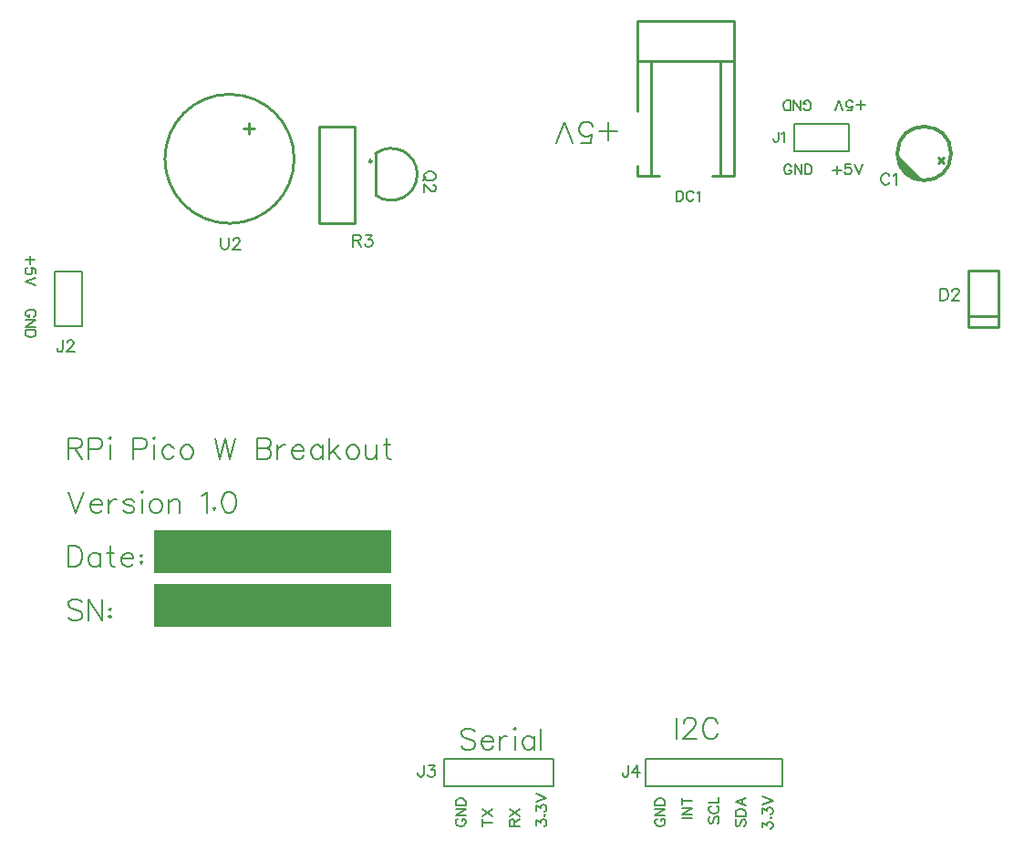
<source format=gto>
G04 Layer: TopSilkscreenLayer*
G04 EasyEDA v6.5.40, 2024-04-28 19:39:01*
G04 a67cddfb3fce44daa9051d46cbbcc19f,10*
G04 Gerber Generator version 0.2*
G04 Scale: 100 percent, Rotated: No, Reflected: No *
G04 Dimensions in millimeters *
G04 leading zeros omitted , absolute positions ,4 integer and 5 decimal *
%FSLAX45Y45*%
%MOMM*%

%ADD10C,0.2032*%
%ADD11C,0.1524*%
%ADD12C,0.2540*%
%ADD13C,0.2030*%
%ADD14C,0.3000*%
%ADD15C,0.0150*%

%LPD*%
D10*
X629292Y2177348D02*
G01*
X610819Y2195822D01*
X583110Y2205057D01*
X546166Y2205057D01*
X518457Y2195822D01*
X499983Y2177348D01*
X499983Y2158875D01*
X509219Y2140404D01*
X518457Y2131166D01*
X536928Y2121931D01*
X592348Y2103457D01*
X610819Y2094222D01*
X620057Y2084986D01*
X629292Y2066513D01*
X629292Y2038804D01*
X610819Y2020331D01*
X583110Y2011095D01*
X546166Y2011095D01*
X518457Y2020331D01*
X499983Y2038804D01*
X690252Y2205057D02*
G01*
X690252Y2011095D01*
X690252Y2205057D02*
G01*
X819561Y2011095D01*
X819561Y2205057D02*
G01*
X819561Y2011095D01*
X889759Y2121931D02*
G01*
X880521Y2112695D01*
X889759Y2103457D01*
X898994Y2112695D01*
X889759Y2121931D01*
X889759Y2057275D02*
G01*
X880521Y2048040D01*
X889759Y2038804D01*
X898994Y2048040D01*
X889759Y2057275D01*
X499983Y2705056D02*
G01*
X499983Y2511094D01*
X499983Y2705056D02*
G01*
X564639Y2705056D01*
X592348Y2695821D01*
X610819Y2677347D01*
X620057Y2658874D01*
X629292Y2631165D01*
X629292Y2584985D01*
X620057Y2557274D01*
X610819Y2538803D01*
X592348Y2520330D01*
X564639Y2511094D01*
X499983Y2511094D01*
X801088Y2640403D02*
G01*
X801088Y2511094D01*
X801088Y2612694D02*
G01*
X782617Y2631165D01*
X764143Y2640403D01*
X736434Y2640403D01*
X717961Y2631165D01*
X699488Y2612694D01*
X690252Y2584985D01*
X690252Y2566512D01*
X699488Y2538803D01*
X717961Y2520330D01*
X736434Y2511094D01*
X764143Y2511094D01*
X782617Y2520330D01*
X801088Y2538803D01*
X889759Y2705056D02*
G01*
X889759Y2548039D01*
X898994Y2520330D01*
X917468Y2511094D01*
X935939Y2511094D01*
X862048Y2640403D02*
G01*
X926703Y2640403D01*
X996899Y2584985D02*
G01*
X1107737Y2584985D01*
X1107737Y2603456D01*
X1098499Y2621930D01*
X1089263Y2631165D01*
X1070790Y2640403D01*
X1043081Y2640403D01*
X1024608Y2631165D01*
X1006137Y2612694D01*
X996899Y2584985D01*
X996899Y2566512D01*
X1006137Y2538803D01*
X1024608Y2520330D01*
X1043081Y2511094D01*
X1070790Y2511094D01*
X1089263Y2520330D01*
X1107737Y2538803D01*
X1177932Y2621930D02*
G01*
X1168697Y2612694D01*
X1177932Y2603456D01*
X1187168Y2612694D01*
X1177932Y2621930D01*
X1177932Y2557274D02*
G01*
X1168697Y2548039D01*
X1177932Y2538803D01*
X1187168Y2548039D01*
X1177932Y2557274D01*
X499973Y3205053D02*
G01*
X573864Y3011091D01*
X647755Y3205053D02*
G01*
X573864Y3011091D01*
X708715Y3084982D02*
G01*
X819551Y3084982D01*
X819551Y3103453D01*
X810315Y3121926D01*
X801077Y3131162D01*
X782607Y3140400D01*
X754898Y3140400D01*
X736424Y3131162D01*
X717951Y3112691D01*
X708715Y3084982D01*
X708715Y3066508D01*
X717951Y3038800D01*
X736424Y3020326D01*
X754898Y3011091D01*
X782607Y3011091D01*
X801077Y3020326D01*
X819551Y3038800D01*
X880511Y3140400D02*
G01*
X880511Y3011091D01*
X880511Y3084982D02*
G01*
X889749Y3112691D01*
X908220Y3131162D01*
X926693Y3140400D01*
X954402Y3140400D01*
X1116962Y3112691D02*
G01*
X1107727Y3131162D01*
X1080018Y3140400D01*
X1052309Y3140400D01*
X1024597Y3131162D01*
X1015362Y3112691D01*
X1024597Y3094217D01*
X1043071Y3084982D01*
X1089253Y3075744D01*
X1107727Y3066508D01*
X1116962Y3048035D01*
X1116962Y3038800D01*
X1107727Y3020326D01*
X1080018Y3011091D01*
X1052309Y3011091D01*
X1024597Y3020326D01*
X1015362Y3038800D01*
X1177922Y3205053D02*
G01*
X1187157Y3195817D01*
X1196395Y3205053D01*
X1187157Y3214291D01*
X1177922Y3205053D01*
X1187157Y3140400D02*
G01*
X1187157Y3011091D01*
X1303538Y3140400D02*
G01*
X1285064Y3131162D01*
X1266591Y3112691D01*
X1257355Y3084982D01*
X1257355Y3066508D01*
X1266591Y3038800D01*
X1285064Y3020326D01*
X1303538Y3011091D01*
X1331247Y3011091D01*
X1349717Y3020326D01*
X1368191Y3038800D01*
X1377429Y3066508D01*
X1377429Y3084982D01*
X1368191Y3112691D01*
X1349717Y3131162D01*
X1331247Y3140400D01*
X1303538Y3140400D01*
X1438389Y3140400D02*
G01*
X1438389Y3011091D01*
X1438389Y3103453D02*
G01*
X1466098Y3131162D01*
X1484569Y3140400D01*
X1512277Y3140400D01*
X1530751Y3131162D01*
X1539989Y3103453D01*
X1539989Y3011091D01*
X1743189Y3168108D02*
G01*
X1761660Y3177344D01*
X1789369Y3205053D01*
X1789369Y3011091D01*
X1859567Y3057270D02*
G01*
X1850329Y3048035D01*
X1859567Y3038800D01*
X1868802Y3048035D01*
X1859567Y3057270D01*
X1985180Y3205053D02*
G01*
X1957471Y3195817D01*
X1938997Y3168108D01*
X1929762Y3121926D01*
X1929762Y3094217D01*
X1938997Y3048035D01*
X1957471Y3020326D01*
X1985180Y3011091D01*
X2003653Y3011091D01*
X2031362Y3020326D01*
X2049835Y3048035D01*
X2059071Y3094217D01*
X2059071Y3121926D01*
X2049835Y3168108D01*
X2031362Y3195817D01*
X2003653Y3205053D01*
X1985180Y3205053D01*
X500049Y3704996D02*
G01*
X500049Y3511194D01*
X500049Y3704996D02*
G01*
X583107Y3704996D01*
X610793Y3695852D01*
X619937Y3686454D01*
X629335Y3668166D01*
X629335Y3649624D01*
X619937Y3631082D01*
X610793Y3621938D01*
X583107Y3612794D01*
X500049Y3612794D01*
X564565Y3612794D02*
G01*
X629335Y3511194D01*
X690295Y3704996D02*
G01*
X690295Y3511194D01*
X690295Y3704996D02*
G01*
X773353Y3704996D01*
X801039Y3695852D01*
X810437Y3686454D01*
X819581Y3668166D01*
X819581Y3640480D01*
X810437Y3621938D01*
X801039Y3612794D01*
X773353Y3603396D01*
X690295Y3603396D01*
X880541Y3704996D02*
G01*
X889685Y3695852D01*
X899083Y3704996D01*
X889685Y3714394D01*
X880541Y3704996D01*
X889685Y3640480D02*
G01*
X889685Y3511194D01*
X1102283Y3704996D02*
G01*
X1102283Y3511194D01*
X1102283Y3704996D02*
G01*
X1185341Y3704996D01*
X1213027Y3695852D01*
X1222171Y3686454D01*
X1231569Y3668166D01*
X1231569Y3640480D01*
X1222171Y3621938D01*
X1213027Y3612794D01*
X1185341Y3603396D01*
X1102283Y3603396D01*
X1292529Y3704996D02*
G01*
X1301673Y3695852D01*
X1310817Y3704996D01*
X1301673Y3714394D01*
X1292529Y3704996D01*
X1301673Y3640480D02*
G01*
X1301673Y3511194D01*
X1482775Y3612794D02*
G01*
X1464233Y3631082D01*
X1445691Y3640480D01*
X1418005Y3640480D01*
X1399717Y3631082D01*
X1381175Y3612794D01*
X1371777Y3584854D01*
X1371777Y3566566D01*
X1381175Y3538880D01*
X1399717Y3520338D01*
X1418005Y3511194D01*
X1445691Y3511194D01*
X1464233Y3520338D01*
X1482775Y3538880D01*
X1589963Y3640480D02*
G01*
X1571421Y3631082D01*
X1552879Y3612794D01*
X1543735Y3584854D01*
X1543735Y3566566D01*
X1552879Y3538880D01*
X1571421Y3520338D01*
X1589963Y3511194D01*
X1617649Y3511194D01*
X1635937Y3520338D01*
X1654479Y3538880D01*
X1663877Y3566566D01*
X1663877Y3584854D01*
X1654479Y3612794D01*
X1635937Y3631082D01*
X1617649Y3640480D01*
X1589963Y3640480D01*
X1867077Y3704996D02*
G01*
X1913051Y3511194D01*
X1959279Y3704996D02*
G01*
X1913051Y3511194D01*
X1959279Y3704996D02*
G01*
X2005507Y3511194D01*
X2051735Y3704996D02*
G01*
X2005507Y3511194D01*
X2254935Y3704996D02*
G01*
X2254935Y3511194D01*
X2254935Y3704996D02*
G01*
X2337993Y3704996D01*
X2365679Y3695852D01*
X2375077Y3686454D01*
X2384221Y3668166D01*
X2384221Y3649624D01*
X2375077Y3631082D01*
X2365679Y3621938D01*
X2337993Y3612794D01*
X2254935Y3612794D02*
G01*
X2337993Y3612794D01*
X2365679Y3603396D01*
X2375077Y3594252D01*
X2384221Y3575710D01*
X2384221Y3548024D01*
X2375077Y3529482D01*
X2365679Y3520338D01*
X2337993Y3511194D01*
X2254935Y3511194D01*
X2445181Y3640480D02*
G01*
X2445181Y3511194D01*
X2445181Y3584854D02*
G01*
X2454325Y3612794D01*
X2472867Y3631082D01*
X2491409Y3640480D01*
X2519095Y3640480D01*
X2580055Y3584854D02*
G01*
X2690799Y3584854D01*
X2690799Y3603396D01*
X2681655Y3621938D01*
X2672257Y3631082D01*
X2653969Y3640480D01*
X2626283Y3640480D01*
X2607741Y3631082D01*
X2589199Y3612794D01*
X2580055Y3584854D01*
X2580055Y3566566D01*
X2589199Y3538880D01*
X2607741Y3520338D01*
X2626283Y3511194D01*
X2653969Y3511194D01*
X2672257Y3520338D01*
X2690799Y3538880D01*
X2862757Y3640480D02*
G01*
X2862757Y3511194D01*
X2862757Y3612794D02*
G01*
X2844215Y3631082D01*
X2825673Y3640480D01*
X2797987Y3640480D01*
X2779445Y3631082D01*
X2761157Y3612794D01*
X2751759Y3584854D01*
X2751759Y3566566D01*
X2761157Y3538880D01*
X2779445Y3520338D01*
X2797987Y3511194D01*
X2825673Y3511194D01*
X2844215Y3520338D01*
X2862757Y3538880D01*
X2923717Y3704996D02*
G01*
X2923717Y3511194D01*
X3015919Y3640480D02*
G01*
X2923717Y3548024D01*
X2960547Y3584854D02*
G01*
X3025317Y3511194D01*
X3132251Y3640480D02*
G01*
X3113963Y3631082D01*
X3095421Y3612794D01*
X3086277Y3584854D01*
X3086277Y3566566D01*
X3095421Y3538880D01*
X3113963Y3520338D01*
X3132251Y3511194D01*
X3159937Y3511194D01*
X3178479Y3520338D01*
X3197021Y3538880D01*
X3206165Y3566566D01*
X3206165Y3584854D01*
X3197021Y3612794D01*
X3178479Y3631082D01*
X3159937Y3640480D01*
X3132251Y3640480D01*
X3267125Y3640480D02*
G01*
X3267125Y3548024D01*
X3276523Y3520338D01*
X3294811Y3511194D01*
X3322497Y3511194D01*
X3341039Y3520338D01*
X3368725Y3548024D01*
X3368725Y3640480D02*
G01*
X3368725Y3511194D01*
X3457371Y3704996D02*
G01*
X3457371Y3548024D01*
X3466769Y3520338D01*
X3485057Y3511194D01*
X3503599Y3511194D01*
X3429685Y3640480D02*
G01*
X3494455Y3640480D01*
X5516930Y6472707D02*
G01*
X5516930Y6638823D01*
X5599988Y6555765D02*
G01*
X5433618Y6555765D01*
X5261914Y6445021D02*
G01*
X5354370Y6445021D01*
X5363514Y6528079D01*
X5354370Y6518935D01*
X5326684Y6509537D01*
X5298998Y6509537D01*
X5271058Y6518935D01*
X5252770Y6537223D01*
X5243372Y6564909D01*
X5243372Y6583451D01*
X5252770Y6611137D01*
X5271058Y6629679D01*
X5298998Y6638823D01*
X5326684Y6638823D01*
X5354370Y6629679D01*
X5363514Y6620535D01*
X5372658Y6601993D01*
X5182412Y6445021D02*
G01*
X5108498Y6638823D01*
X5034838Y6445021D02*
G01*
X5108498Y6638823D01*
X7859115Y6762762D02*
G01*
X7859115Y6844550D01*
X7900009Y6803656D02*
G01*
X7818221Y6803656D01*
X7733639Y6749046D02*
G01*
X7779105Y6749046D01*
X7783677Y6789940D01*
X7779105Y6785368D01*
X7765389Y6780796D01*
X7751927Y6780796D01*
X7738211Y6785368D01*
X7729067Y6794512D01*
X7724495Y6808228D01*
X7724495Y6817372D01*
X7729067Y6830834D01*
X7738211Y6839978D01*
X7751927Y6844550D01*
X7765389Y6844550D01*
X7779105Y6839978D01*
X7783677Y6835406D01*
X7788249Y6826262D01*
X7694523Y6749046D02*
G01*
X7658201Y6844550D01*
X7621879Y6749046D02*
G01*
X7658201Y6844550D01*
X7331798Y6771868D02*
G01*
X7336370Y6762724D01*
X7345514Y6753580D01*
X7354658Y6749008D01*
X7372692Y6749008D01*
X7381836Y6753580D01*
X7390980Y6762724D01*
X7395552Y6771868D01*
X7399870Y6785330D01*
X7399870Y6808190D01*
X7395552Y6821906D01*
X7390980Y6830796D01*
X7381836Y6839940D01*
X7372692Y6844512D01*
X7354658Y6844512D01*
X7345514Y6839940D01*
X7336370Y6830796D01*
X7331798Y6821906D01*
X7331798Y6808190D01*
X7354658Y6808190D02*
G01*
X7331798Y6808190D01*
X7301826Y6749008D02*
G01*
X7301826Y6844512D01*
X7301826Y6749008D02*
G01*
X7238072Y6844512D01*
X7238072Y6749008D02*
G01*
X7238072Y6844512D01*
X7208100Y6749008D02*
G01*
X7208100Y6844512D01*
X7208100Y6749008D02*
G01*
X7176350Y6749008D01*
X7162634Y6753580D01*
X7153744Y6762724D01*
X7149172Y6771868D01*
X7144600Y6785330D01*
X7144600Y6808190D01*
X7149172Y6821906D01*
X7153744Y6830796D01*
X7162634Y6839940D01*
X7176350Y6844512D01*
X7208100Y6844512D01*
X6199149Y175000D02*
G01*
X6294653Y175000D01*
X6199149Y204972D02*
G01*
X6294653Y204972D01*
X6199149Y204972D02*
G01*
X6294653Y268726D01*
X6199149Y268726D02*
G01*
X6294653Y268726D01*
X6199149Y330448D02*
G01*
X6294653Y330448D01*
X6199149Y298698D02*
G01*
X6199149Y362198D01*
X6949160Y84066D02*
G01*
X6949160Y134104D01*
X6985482Y106926D01*
X6985482Y120388D01*
X6990054Y129532D01*
X6994626Y134104D01*
X7008088Y138676D01*
X7017232Y138676D01*
X7030948Y134104D01*
X7040092Y124960D01*
X7044410Y111244D01*
X7044410Y97782D01*
X7040092Y84066D01*
X7035520Y79494D01*
X7026376Y74922D01*
X7021804Y173220D02*
G01*
X7026376Y168648D01*
X7030948Y173220D01*
X7026376Y177792D01*
X7021804Y173220D01*
X6949160Y216908D02*
G01*
X6949160Y266692D01*
X6985482Y239514D01*
X6985482Y253230D01*
X6990054Y262374D01*
X6994626Y266692D01*
X7008088Y271264D01*
X7017232Y271264D01*
X7030948Y266692D01*
X7040092Y257802D01*
X7044410Y244086D01*
X7044410Y230370D01*
X7040092Y216908D01*
X7035520Y212336D01*
X7026376Y207764D01*
X6949160Y301236D02*
G01*
X7044410Y337812D01*
X6949160Y374134D02*
G01*
X7044410Y337812D01*
X6462623Y188549D02*
G01*
X6453733Y179659D01*
X6449161Y165943D01*
X6449161Y147655D01*
X6453733Y134193D01*
X6462623Y125049D01*
X6471767Y125049D01*
X6480911Y129621D01*
X6485483Y134193D01*
X6490055Y143083D01*
X6499199Y170515D01*
X6503517Y179659D01*
X6508089Y183977D01*
X6517233Y188549D01*
X6530949Y188549D01*
X6540093Y179659D01*
X6544411Y165943D01*
X6544411Y147655D01*
X6540093Y134193D01*
X6530949Y125049D01*
X6471767Y286847D02*
G01*
X6462623Y282275D01*
X6453733Y273131D01*
X6449161Y263987D01*
X6449161Y245953D01*
X6453733Y236809D01*
X6462623Y227665D01*
X6471767Y223093D01*
X6485483Y218521D01*
X6508089Y218521D01*
X6521805Y223093D01*
X6530949Y227665D01*
X6540093Y236809D01*
X6544411Y245953D01*
X6544411Y263987D01*
X6540093Y273131D01*
X6530949Y282275D01*
X6521805Y286847D01*
X6449161Y316819D02*
G01*
X6544411Y316819D01*
X6544411Y316819D02*
G01*
X6544411Y371429D01*
X6712623Y163741D02*
G01*
X6703733Y154597D01*
X6699161Y140881D01*
X6699161Y122847D01*
X6703733Y109131D01*
X6712623Y99987D01*
X6721767Y99987D01*
X6730911Y104559D01*
X6735483Y109131D01*
X6740055Y118275D01*
X6749199Y145453D01*
X6753517Y154597D01*
X6758089Y159169D01*
X6767233Y163741D01*
X6780949Y163741D01*
X6790093Y154597D01*
X6794411Y140881D01*
X6794411Y122847D01*
X6790093Y109131D01*
X6780949Y99987D01*
X6699161Y193713D02*
G01*
X6794411Y193713D01*
X6699161Y193713D02*
G01*
X6699161Y225463D01*
X6703733Y239179D01*
X6712623Y248069D01*
X6721767Y252641D01*
X6735483Y257213D01*
X6758089Y257213D01*
X6771805Y252641D01*
X6780949Y248069D01*
X6790093Y239179D01*
X6794411Y225463D01*
X6794411Y193713D01*
X6699161Y323761D02*
G01*
X6794411Y287185D01*
X6699161Y323761D02*
G01*
X6794411Y360083D01*
X6762661Y300901D02*
G01*
X6762661Y346367D01*
X5971768Y168249D02*
G01*
X5962624Y163677D01*
X5953734Y154533D01*
X5949162Y145389D01*
X5949162Y127355D01*
X5953734Y118211D01*
X5962624Y109067D01*
X5971768Y104495D01*
X5985484Y99923D01*
X6008090Y99923D01*
X6021806Y104495D01*
X6030950Y109067D01*
X6040094Y118211D01*
X6044412Y127355D01*
X6044412Y145389D01*
X6040094Y154533D01*
X6030950Y163677D01*
X6021806Y168249D01*
X6008090Y168249D01*
X6008090Y145389D02*
G01*
X6008090Y168249D01*
X5949162Y198221D02*
G01*
X6044412Y198221D01*
X5949162Y198221D02*
G01*
X6044412Y261721D01*
X5949162Y261721D02*
G01*
X6044412Y261721D01*
X5949162Y291693D02*
G01*
X6044412Y291693D01*
X5949162Y291693D02*
G01*
X5949162Y323697D01*
X5953734Y337159D01*
X5962624Y346303D01*
X5971768Y350875D01*
X5985484Y355447D01*
X6008090Y355447D01*
X6021806Y350875D01*
X6030950Y346303D01*
X6040094Y337159D01*
X6044412Y323697D01*
X6044412Y291693D01*
X7218172Y6228105D02*
G01*
X7213600Y6237249D01*
X7204456Y6246393D01*
X7195311Y6250965D01*
X7177277Y6250965D01*
X7168134Y6246393D01*
X7158990Y6237249D01*
X7154418Y6228105D01*
X7150100Y6214643D01*
X7150100Y6191783D01*
X7154418Y6178067D01*
X7158990Y6169177D01*
X7168134Y6160033D01*
X7177277Y6155461D01*
X7195311Y6155461D01*
X7204456Y6160033D01*
X7213600Y6169177D01*
X7218172Y6178067D01*
X7218172Y6191783D01*
X7195311Y6191783D02*
G01*
X7218172Y6191783D01*
X7248143Y6250965D02*
G01*
X7248143Y6155461D01*
X7248143Y6250965D02*
G01*
X7311897Y6155461D01*
X7311897Y6250965D02*
G01*
X7311897Y6155461D01*
X7341870Y6250965D02*
G01*
X7341870Y6155461D01*
X7341870Y6250965D02*
G01*
X7373620Y6250965D01*
X7387336Y6246393D01*
X7396225Y6237249D01*
X7400797Y6228105D01*
X7405370Y6214643D01*
X7405370Y6191783D01*
X7400797Y6178067D01*
X7396225Y6169177D01*
X7387336Y6160033D01*
X7373620Y6155461D01*
X7341870Y6155461D01*
X7640853Y6237211D02*
G01*
X7640853Y6155423D01*
X7599959Y6196317D02*
G01*
X7681747Y6196317D01*
X7766329Y6250927D02*
G01*
X7720863Y6250927D01*
X7716291Y6210033D01*
X7720863Y6214605D01*
X7734579Y6219177D01*
X7748041Y6219177D01*
X7761757Y6214605D01*
X7770901Y6205461D01*
X7775473Y6191745D01*
X7775473Y6182601D01*
X7770901Y6169139D01*
X7761757Y6159995D01*
X7748041Y6155423D01*
X7734579Y6155423D01*
X7720863Y6159995D01*
X7716291Y6164567D01*
X7711719Y6173711D01*
X7805445Y6250927D02*
G01*
X7841767Y6155423D01*
X7878089Y6250927D02*
G01*
X7841767Y6155423D01*
X4121772Y168249D02*
G01*
X4112628Y163677D01*
X4103738Y154533D01*
X4099166Y145389D01*
X4099166Y127355D01*
X4103738Y118211D01*
X4112628Y109067D01*
X4121772Y104495D01*
X4135488Y99923D01*
X4158094Y99923D01*
X4171810Y104495D01*
X4180954Y109067D01*
X4190098Y118211D01*
X4194416Y127355D01*
X4194416Y145389D01*
X4190098Y154533D01*
X4180954Y163677D01*
X4171810Y168249D01*
X4158094Y168249D01*
X4158094Y145389D02*
G01*
X4158094Y168249D01*
X4099166Y198221D02*
G01*
X4194416Y198221D01*
X4099166Y198221D02*
G01*
X4194416Y261721D01*
X4099166Y261721D02*
G01*
X4194416Y261721D01*
X4099166Y291693D02*
G01*
X4194416Y291693D01*
X4099166Y291693D02*
G01*
X4099166Y323697D01*
X4103738Y337159D01*
X4112628Y346303D01*
X4121772Y350875D01*
X4135488Y355447D01*
X4158094Y355447D01*
X4171810Y350875D01*
X4180954Y346303D01*
X4190098Y337159D01*
X4194416Y323697D01*
X4194416Y291693D01*
X4849164Y109067D02*
G01*
X4849164Y159105D01*
X4885486Y131927D01*
X4885486Y145389D01*
X4890058Y154533D01*
X4894630Y159105D01*
X4908092Y163677D01*
X4917236Y163677D01*
X4930952Y159105D01*
X4940096Y149961D01*
X4944414Y136245D01*
X4944414Y122783D01*
X4940096Y109067D01*
X4935524Y104495D01*
X4926380Y99923D01*
X4921808Y198221D02*
G01*
X4926380Y193649D01*
X4930952Y198221D01*
X4926380Y202793D01*
X4921808Y198221D01*
X4849164Y241909D02*
G01*
X4849164Y291693D01*
X4885486Y264515D01*
X4885486Y278231D01*
X4890058Y287375D01*
X4894630Y291693D01*
X4908092Y296265D01*
X4917236Y296265D01*
X4930952Y291693D01*
X4940096Y282803D01*
X4944414Y269087D01*
X4944414Y255371D01*
X4940096Y241909D01*
X4935524Y237337D01*
X4926380Y232765D01*
X4849164Y326237D02*
G01*
X4944414Y362813D01*
X4849164Y399135D02*
G01*
X4944414Y362813D01*
X4349076Y131838D02*
G01*
X4444580Y131838D01*
X4349076Y100088D02*
G01*
X4349076Y163588D01*
X4349076Y193560D02*
G01*
X4444580Y257314D01*
X4349076Y257314D02*
G01*
X4444580Y193560D01*
X4599076Y100025D02*
G01*
X4694580Y100025D01*
X4599076Y100025D02*
G01*
X4599076Y140919D01*
X4603648Y154635D01*
X4608220Y159207D01*
X4617364Y163525D01*
X4626254Y163525D01*
X4635398Y159207D01*
X4639970Y154635D01*
X4644542Y140919D01*
X4644542Y100025D01*
X4644542Y131775D02*
G01*
X4694580Y163525D01*
X4599076Y193751D02*
G01*
X4694580Y257251D01*
X4599076Y257251D02*
G01*
X4694580Y193751D01*
X4277372Y974496D02*
G01*
X4259084Y992784D01*
X4231906Y1001928D01*
X4195330Y1001928D01*
X4168152Y992784D01*
X4150118Y974496D01*
X4150118Y956462D01*
X4159008Y938174D01*
X4168152Y929030D01*
X4186440Y919886D01*
X4240796Y901852D01*
X4259084Y892708D01*
X4268228Y883564D01*
X4277372Y865530D01*
X4277372Y838098D01*
X4259084Y820064D01*
X4231906Y810920D01*
X4195330Y810920D01*
X4168152Y820064D01*
X4150118Y838098D01*
X4337316Y883564D02*
G01*
X4446282Y883564D01*
X4446282Y901852D01*
X4437138Y919886D01*
X4428248Y929030D01*
X4409960Y938174D01*
X4382782Y938174D01*
X4364494Y929030D01*
X4346460Y910996D01*
X4337316Y883564D01*
X4337316Y865530D01*
X4346460Y838098D01*
X4364494Y820064D01*
X4382782Y810920D01*
X4409960Y810920D01*
X4428248Y820064D01*
X4446282Y838098D01*
X4506480Y938174D02*
G01*
X4506480Y810920D01*
X4506480Y883564D02*
G01*
X4515370Y910996D01*
X4533658Y929030D01*
X4551692Y938174D01*
X4579124Y938174D01*
X4639068Y1001928D02*
G01*
X4648212Y992784D01*
X4657356Y1001928D01*
X4648212Y1010818D01*
X4639068Y1001928D01*
X4648212Y938174D02*
G01*
X4648212Y810920D01*
X4826266Y938174D02*
G01*
X4826266Y810920D01*
X4826266Y910996D02*
G01*
X4808232Y929030D01*
X4789944Y938174D01*
X4762766Y938174D01*
X4744478Y929030D01*
X4726444Y910996D01*
X4717300Y883564D01*
X4717300Y865530D01*
X4726444Y838098D01*
X4744478Y820064D01*
X4762766Y810920D01*
X4789944Y810920D01*
X4808232Y820064D01*
X4826266Y838098D01*
X4886464Y1001928D02*
G01*
X4886464Y810920D01*
X6150102Y1101852D02*
G01*
X6150102Y910844D01*
X6219190Y1056386D02*
G01*
X6219190Y1065529D01*
X6228079Y1083563D01*
X6237224Y1092707D01*
X6255511Y1101852D01*
X6291834Y1101852D01*
X6309868Y1092707D01*
X6319011Y1083563D01*
X6328156Y1065529D01*
X6328156Y1047242D01*
X6319011Y1029207D01*
X6300977Y1001776D01*
X6210045Y910844D01*
X6337300Y910844D01*
X6533641Y1056386D02*
G01*
X6524497Y1074420D01*
X6506463Y1092707D01*
X6488175Y1101852D01*
X6451854Y1101852D01*
X6433565Y1092707D01*
X6415531Y1074420D01*
X6406388Y1056386D01*
X6397243Y1029207D01*
X6397243Y983742D01*
X6406388Y956310D01*
X6415531Y938276D01*
X6433565Y919987D01*
X6451854Y910844D01*
X6488175Y910844D01*
X6506463Y919987D01*
X6524497Y938276D01*
X6533641Y956310D01*
X178117Y4831803D02*
G01*
X187261Y4836375D01*
X196405Y4845519D01*
X200977Y4854663D01*
X200977Y4872697D01*
X196405Y4881841D01*
X187261Y4890985D01*
X178117Y4895557D01*
X164655Y4899875D01*
X141795Y4899875D01*
X128079Y4895557D01*
X119189Y4890985D01*
X110045Y4881841D01*
X105473Y4872697D01*
X105473Y4854663D01*
X110045Y4845519D01*
X119189Y4836375D01*
X128079Y4831803D01*
X141795Y4831803D01*
X141795Y4854663D02*
G01*
X141795Y4831803D01*
X200977Y4801831D02*
G01*
X105473Y4801831D01*
X200977Y4801831D02*
G01*
X105473Y4738077D01*
X200977Y4738077D02*
G01*
X105473Y4738077D01*
X200977Y4708105D02*
G01*
X105473Y4708105D01*
X200977Y4708105D02*
G01*
X200977Y4676355D01*
X196405Y4662639D01*
X187261Y4653749D01*
X178117Y4649177D01*
X164655Y4644605D01*
X141795Y4644605D01*
X128079Y4649177D01*
X119189Y4653749D01*
X110045Y4662639D01*
X105473Y4676355D01*
X105473Y4708105D01*
X187223Y5359120D02*
G01*
X105435Y5359120D01*
X146329Y5400014D02*
G01*
X146329Y5318226D01*
X200939Y5233644D02*
G01*
X200939Y5279110D01*
X160045Y5283682D01*
X164617Y5279110D01*
X169189Y5265394D01*
X169189Y5251932D01*
X164617Y5238216D01*
X155473Y5229072D01*
X141757Y5224500D01*
X132613Y5224500D01*
X119151Y5229072D01*
X110007Y5238216D01*
X105435Y5251932D01*
X105435Y5265394D01*
X110007Y5279110D01*
X114579Y5283682D01*
X123723Y5288254D01*
X200939Y5194528D02*
G01*
X105435Y5158206D01*
X200939Y5121884D02*
G01*
X105435Y5158206D01*
D11*
X8599233Y5094389D02*
G01*
X8599233Y4985423D01*
X8599233Y5094389D02*
G01*
X8635555Y5094389D01*
X8651303Y5089309D01*
X8661463Y5078895D01*
X8666797Y5068481D01*
X8671877Y5052733D01*
X8671877Y5026825D01*
X8666797Y5011331D01*
X8661463Y5000917D01*
X8651303Y4990503D01*
X8635555Y4985423D01*
X8599233Y4985423D01*
X8711501Y5068481D02*
G01*
X8711501Y5073561D01*
X8716581Y5083975D01*
X8721915Y5089309D01*
X8732329Y5094389D01*
X8752903Y5094389D01*
X8763317Y5089309D01*
X8768651Y5083975D01*
X8773731Y5073561D01*
X8773731Y5063147D01*
X8768651Y5052733D01*
X8758237Y5037239D01*
X8706167Y4985423D01*
X8779065Y4985423D01*
X451865Y4615434D02*
G01*
X451865Y4532121D01*
X446786Y4516628D01*
X441452Y4511294D01*
X431292Y4506213D01*
X420878Y4506213D01*
X410463Y4511294D01*
X405129Y4516628D01*
X400050Y4532121D01*
X400050Y4542536D01*
X491489Y4589271D02*
G01*
X491489Y4594605D01*
X496570Y4605020D01*
X501904Y4610100D01*
X512318Y4615434D01*
X532892Y4615434D01*
X543305Y4610100D01*
X548639Y4605020D01*
X553720Y4594605D01*
X553720Y4584192D01*
X548639Y4573778D01*
X538226Y4558284D01*
X486155Y4506213D01*
X559054Y4506213D01*
X3801872Y665226D02*
G01*
X3801872Y582168D01*
X3796791Y566673D01*
X3791458Y561339D01*
X3781043Y556260D01*
X3770884Y556260D01*
X3760470Y561339D01*
X3755136Y566673D01*
X3750056Y582168D01*
X3750056Y592581D01*
X3846575Y665226D02*
G01*
X3903725Y665226D01*
X3872484Y623823D01*
X3888231Y623823D01*
X3898645Y618489D01*
X3903725Y613410D01*
X3909059Y597915D01*
X3909059Y587502D01*
X3903725Y571754D01*
X3893311Y561339D01*
X3877818Y556260D01*
X3862324Y556260D01*
X3846575Y561339D01*
X3841495Y566673D01*
X3836161Y577087D01*
X5702045Y665226D02*
G01*
X5702045Y582168D01*
X5696711Y566673D01*
X5691631Y561339D01*
X5681218Y556260D01*
X5670804Y556260D01*
X5660390Y561339D01*
X5655309Y566673D01*
X5649975Y582168D01*
X5649975Y592581D01*
X5788152Y665226D02*
G01*
X5736336Y592581D01*
X5814059Y592581D01*
X5788152Y665226D02*
G01*
X5788152Y556260D01*
X3913809Y6149657D02*
G01*
X3908729Y6160071D01*
X3898315Y6170485D01*
X3887901Y6175819D01*
X3872153Y6180899D01*
X3846245Y6180899D01*
X3830751Y6175819D01*
X3820337Y6170485D01*
X3809923Y6160071D01*
X3804843Y6149657D01*
X3804843Y6128829D01*
X3809923Y6118669D01*
X3820337Y6108255D01*
X3830751Y6102921D01*
X3846245Y6097841D01*
X3872153Y6097841D01*
X3887901Y6102921D01*
X3898315Y6108255D01*
X3908729Y6118669D01*
X3913809Y6128829D01*
X3913809Y6149657D01*
X3825417Y6134163D02*
G01*
X3794429Y6102921D01*
X3887901Y6058217D02*
G01*
X3892981Y6058217D01*
X3903395Y6053137D01*
X3908729Y6047803D01*
X3913809Y6037389D01*
X3913809Y6016815D01*
X3908729Y6006401D01*
X3903395Y6001067D01*
X3892981Y5995987D01*
X3882567Y5995987D01*
X3872153Y6001067D01*
X3856659Y6011481D01*
X3804843Y6063551D01*
X3804843Y5990653D01*
X3149244Y5594388D02*
G01*
X3149244Y5485422D01*
X3149244Y5594388D02*
G01*
X3195980Y5594388D01*
X3211474Y5589308D01*
X3216808Y5583974D01*
X3221888Y5573560D01*
X3221888Y5563146D01*
X3216808Y5552732D01*
X3211474Y5547652D01*
X3195980Y5542572D01*
X3149244Y5542572D01*
X3185566Y5542572D02*
G01*
X3221888Y5485422D01*
X3266592Y5594388D02*
G01*
X3323742Y5594388D01*
X3292754Y5552732D01*
X3308248Y5552732D01*
X3318662Y5547652D01*
X3323742Y5542572D01*
X3329076Y5526824D01*
X3329076Y5516410D01*
X3323742Y5500916D01*
X3313328Y5490502D01*
X3297834Y5485422D01*
X3282340Y5485422D01*
X3266592Y5490502D01*
X3261512Y5495582D01*
X3256178Y5505996D01*
X1920918Y5564555D02*
G01*
X1920918Y5486577D01*
X1925998Y5471083D01*
X1936412Y5460669D01*
X1952160Y5455589D01*
X1962574Y5455589D01*
X1978068Y5460669D01*
X1988482Y5471083D01*
X1993562Y5486577D01*
X1993562Y5564555D01*
X2033186Y5538647D02*
G01*
X2033186Y5543727D01*
X2038266Y5554141D01*
X2043600Y5559475D01*
X2054014Y5564555D01*
X2074588Y5564555D01*
X2085002Y5559475D01*
X2090336Y5554141D01*
X2095416Y5543727D01*
X2095416Y5533313D01*
X2090336Y5522899D01*
X2079922Y5507405D01*
X2027852Y5455589D01*
X2100750Y5455589D01*
X8127961Y6139395D02*
G01*
X8122627Y6149809D01*
X8112213Y6160223D01*
X8102053Y6165303D01*
X8081225Y6165303D01*
X8070811Y6160223D01*
X8060397Y6149809D01*
X8055063Y6139395D01*
X8049983Y6123647D01*
X8049983Y6097739D01*
X8055063Y6082245D01*
X8060397Y6071831D01*
X8070811Y6061417D01*
X8081225Y6056337D01*
X8102053Y6056337D01*
X8112213Y6061417D01*
X8122627Y6071831D01*
X8127961Y6082245D01*
X8162251Y6144475D02*
G01*
X8172665Y6149809D01*
X8188159Y6165303D01*
X8188159Y6056337D01*
X7095553Y6550850D02*
G01*
X7095553Y6478206D01*
X7090981Y6464490D01*
X7086409Y6459918D01*
X7077265Y6455346D01*
X7068121Y6455346D01*
X7058977Y6459918D01*
X7054405Y6464490D01*
X7050087Y6478206D01*
X7050087Y6487350D01*
X7125525Y6532816D02*
G01*
X7134415Y6537134D01*
X7148131Y6550850D01*
X7148131Y6455346D01*
X6150063Y6000877D02*
G01*
X6150063Y5905372D01*
X6150063Y6000877D02*
G01*
X6181813Y6000877D01*
X6195529Y5996304D01*
X6204419Y5987161D01*
X6208991Y5978270D01*
X6213563Y5964554D01*
X6213563Y5941695D01*
X6208991Y5928232D01*
X6204419Y5919088D01*
X6195529Y5909945D01*
X6181813Y5905372D01*
X6150063Y5905372D01*
X6311861Y5978270D02*
G01*
X6307289Y5987161D01*
X6298145Y5996304D01*
X6289001Y6000877D01*
X6270967Y6000877D01*
X6261823Y5996304D01*
X6252679Y5987161D01*
X6248107Y5978270D01*
X6243535Y5964554D01*
X6243535Y5941695D01*
X6248107Y5928232D01*
X6252679Y5919088D01*
X6261823Y5909945D01*
X6270967Y5905372D01*
X6289001Y5905372D01*
X6298145Y5909945D01*
X6307289Y5919088D01*
X6311861Y5928232D01*
X6341833Y5982843D02*
G01*
X6350977Y5987161D01*
X6364439Y6000877D01*
X6364439Y5905372D01*
G36*
X1299972Y2849981D02*
G01*
X1299972Y2449982D01*
X3499967Y2449982D01*
X3499967Y2849981D01*
G37*
G36*
X1299972Y2350008D02*
G01*
X1299972Y1950008D01*
X3499967Y1950008D01*
X3499967Y2350008D01*
G37*
G36*
X8206384Y6339890D02*
G01*
X8206486Y6326225D01*
X8207400Y6312560D01*
X8209127Y6298996D01*
X8211667Y6285585D01*
X8215020Y6272326D01*
X8216950Y6265773D01*
X8221472Y6252870D01*
X8226755Y6240272D01*
X8232749Y6228029D01*
X8239506Y6216142D01*
X8246973Y6204661D01*
X8255050Y6193637D01*
X8263839Y6183172D01*
X8273186Y6173216D01*
X8283143Y6163868D01*
X8293658Y6155080D01*
X8304631Y6146952D01*
X8316112Y6139535D01*
X8327999Y6132779D01*
X8340242Y6126784D01*
X8352891Y6121501D01*
X8359292Y6119114D01*
X8372297Y6114999D01*
X8378901Y6113221D01*
X8392261Y6110325D01*
X8405774Y6108192D01*
X8419388Y6106871D01*
X8433054Y6106363D01*
X8439861Y6106414D01*
G37*
D12*
X8859982Y4739990D02*
G01*
X8859982Y5259989D01*
X8859982Y5259989D02*
G01*
X9139981Y5259989D01*
X9139981Y4739990D02*
G01*
X9139981Y5259989D01*
X8859982Y4739990D02*
G01*
X9139981Y4739990D01*
X8859982Y4835916D02*
G01*
X9139981Y4835916D01*
D13*
X373126Y5253989D02*
G01*
X373126Y4936489D01*
D10*
X373126Y5253989D02*
G01*
X627126Y5253989D01*
X627126Y4745989D01*
X373126Y4745989D01*
X373126Y4936489D01*
X5008118Y726947D02*
G01*
X5008118Y472947D01*
X3992118Y472947D01*
X3992118Y726947D01*
X4182618Y726947D01*
D13*
X5008118Y726947D02*
G01*
X4182618Y726947D01*
D10*
X6055613Y726947D02*
G01*
X5865113Y726947D01*
X5865113Y472947D01*
X7135113Y472947D01*
X7135113Y726947D01*
D13*
X7135113Y726947D02*
G01*
X6055613Y726947D01*
D12*
X3354501Y6348031D02*
G01*
X3354501Y5963983D01*
X3165093Y5700407D02*
G01*
X2834893Y5700407D01*
X2834893Y5700407D02*
G01*
X2834893Y6599567D01*
X2834893Y6599567D02*
G01*
X3165093Y6599567D01*
X3165093Y6599567D02*
G01*
X3165093Y5700407D01*
X2177795Y6630184D02*
G01*
X2177795Y6528587D01*
X2228595Y6579387D02*
G01*
X2126995Y6579387D01*
X8633863Y6258636D02*
G01*
X8577295Y6315204D01*
X8633863Y6315204D02*
G01*
X8577295Y6258636D01*
D13*
X7753984Y6626987D02*
G01*
X7436484Y6626987D01*
D10*
X7753984Y6626987D02*
G01*
X7753984Y6372987D01*
X7245984Y6372987D01*
X7245984Y6626987D01*
X7436484Y6626987D01*
D12*
X5785012Y7579977D02*
G01*
X6685013Y7579979D01*
X6685013Y7579979D02*
G01*
X6685013Y6139942D01*
X5785015Y7209942D02*
G01*
X6685013Y7209942D01*
X5915012Y7201941D02*
G01*
X5915012Y6139942D01*
X6554990Y7201941D02*
G01*
X6554990Y6139942D01*
X6685013Y6139942D02*
G01*
X6477452Y6139942D01*
X5992550Y6139942D02*
G01*
X5785012Y6139942D01*
X5785012Y7579977D02*
G01*
X5785012Y6741447D01*
X5785012Y6238511D02*
G01*
X5785012Y6139942D01*
G75*
G01*
X3355518Y5962967D02*
G03*
X3355518Y6349048I145629J193041D01*
G75*
G01
X3322193Y6276988D02*
G03X3322193Y6276988I-12700J0D01*
G75*
G01
X2599944Y6299987D02*
G03X2599944Y6299987I-599948J0D01*
D14*
G75*
G01
X8700005Y6349990D02*
G03X8700005Y6349990I-250012J0D01*
M02*

</source>
